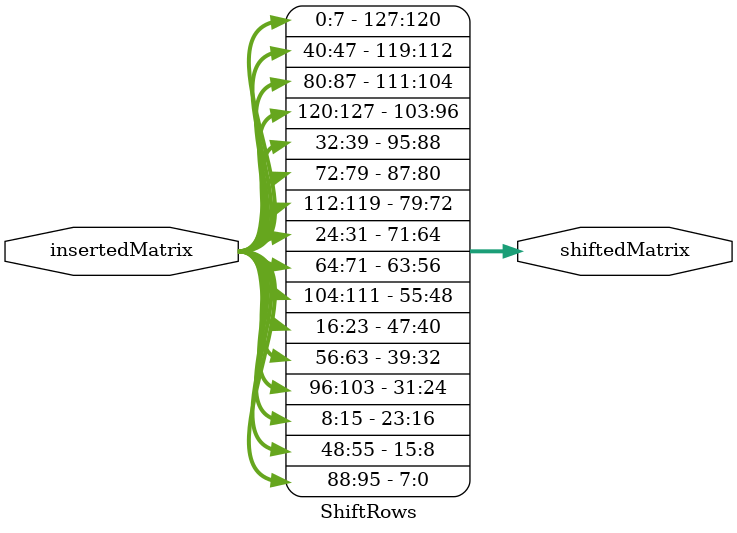
<source format=v>
module ShiftRows (insertedMatrix, shiftedMatrix);
	input [0:127] insertedMatrix;
	output [0:127] shiftedMatrix;
	
	// First row isn't shifted
	assign shiftedMatrix[0+:8] = insertedMatrix[0+:8];
	assign shiftedMatrix[32+:8] = insertedMatrix[32+:8];
	assign shiftedMatrix[64+:8] = insertedMatrix[64+:8];
    assign shiftedMatrix[96+:8] = insertedMatrix[96+:8];
	
	// Second row is shifted left by 1
    assign shiftedMatrix[8+:8] = insertedMatrix[40+:8];
    assign shiftedMatrix[40+:8] = insertedMatrix[72+:8];
    assign shiftedMatrix[72+:8] = insertedMatrix[104+:8];
    assign shiftedMatrix[104+:8] = insertedMatrix[8+:8];
	
	// Third row is shifted left by 2
    assign shiftedMatrix[16+:8] = insertedMatrix[80+:8];
    assign shiftedMatrix[48+:8] = insertedMatrix[112+:8];
    assign shiftedMatrix[80+:8] = insertedMatrix[16+:8];
    assign shiftedMatrix[112+:8] = insertedMatrix[48+:8];
	
	// Fourth row is shifted left by 3
    assign shiftedMatrix[24+:8] = insertedMatrix[120+:8];
    assign shiftedMatrix[56+:8] = insertedMatrix[24+:8];
    assign shiftedMatrix[88+:8] = insertedMatrix[56+:8];
    assign shiftedMatrix[120+:8] = insertedMatrix[88+:8];

endmodule
</source>
